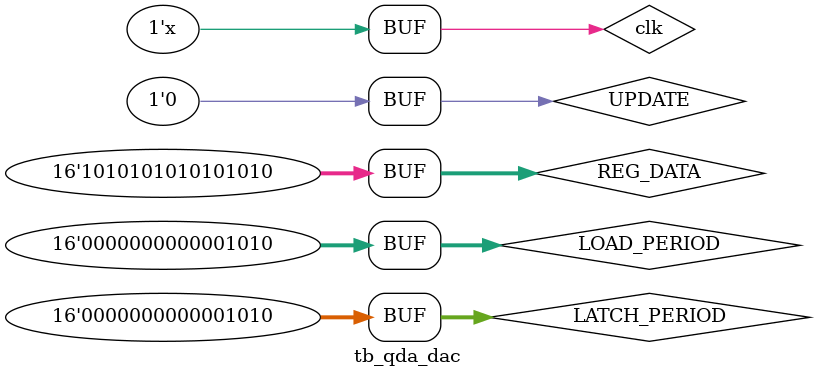
<source format=v>

module tb_qda_dac;

   reg clk;
   reg [15:0] LOAD_PERIOD;
   reg [15:0] LATCH_PERIOD;
   reg        UPDATE;
   reg [15:0] REG_DATA;
   wire        SIN;
   wire        SCLK;
   wire        PCLK;


   QDA_DAC_CONTROL dut (
                        .clk (clk),
                        .LOAD_PERIOD (LOAD_PERIOD),
                        .LATCH_PERIOD (LATCH_PERIOD),
                        .UPDATE (UPDATE),
                        .REG_DATA (REG_DATA),
                        .SIN (SIN),
                        .SCLK (SCLK),
                        .PCLK (PCLK)
                        );


   always #10 clk = ~clk;

   initial begin
      UPDATE <= 0;
      LOAD_PERIOD <= 16'd10;
      LATCH_PERIOD <= 16'd10;
      REG_DATA <= 16'haaaa;

      // time steps
      #5 clk = 0;

      #20 UPDATE = 1;

      #20 UPDATE = 0;

   end

endmodule // tb_qda_dac

</source>
